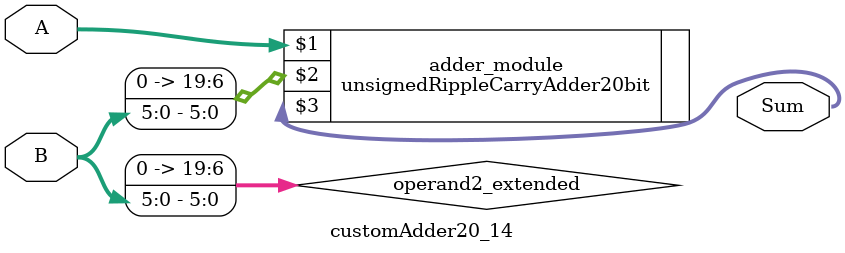
<source format=v>

module customAdder20_14(
                    input [19 : 0] A,
                    input [5 : 0] B,
                    
                    output [20 : 0] Sum
            );

    wire [19 : 0] operand2_extended;
    
    assign operand2_extended =  {14'b0, B};
    
    unsignedRippleCarryAdder20bit adder_module(
        A,
        operand2_extended,
        Sum
    );
    
endmodule
        
</source>
